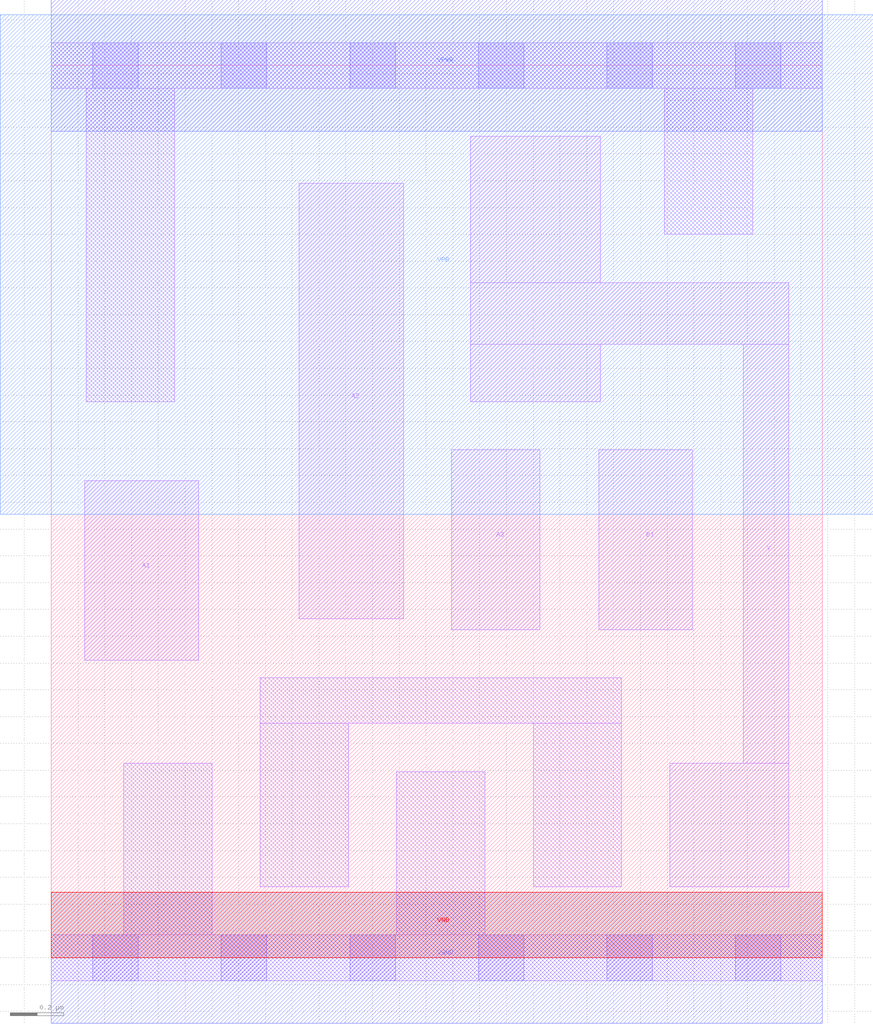
<source format=lef>
# Copyright 2020 The SkyWater PDK Authors
#
# Licensed under the Apache License, Version 2.0 (the "License");
# you may not use this file except in compliance with the License.
# You may obtain a copy of the License at
#
#     https://www.apache.org/licenses/LICENSE-2.0
#
# Unless required by applicable law or agreed to in writing, software
# distributed under the License is distributed on an "AS IS" BASIS,
# WITHOUT WARRANTIES OR CONDITIONS OF ANY KIND, either express or implied.
# See the License for the specific language governing permissions and
# limitations under the License.
#
# SPDX-License-Identifier: Apache-2.0

VERSION 5.7 ;
  NOWIREEXTENSIONATPIN ON ;
  DIVIDERCHAR "/" ;
  BUSBITCHARS "[]" ;
MACRO sky130_fd_sc_lp__o31ai_lp
  CLASS CORE ;
  FOREIGN sky130_fd_sc_lp__o31ai_lp ;
  ORIGIN  0.000000  0.000000 ;
  SIZE  2.880000 BY  3.330000 ;
  SYMMETRY X Y R90 ;
  SITE unit ;
  PIN A1
    ANTENNAGATEAREA  0.313000 ;
    DIRECTION INPUT ;
    USE SIGNAL ;
    PORT
      LAYER li1 ;
        RECT 0.125000 1.110000 0.550000 1.780000 ;
    END
  END A1
  PIN A2
    ANTENNAGATEAREA  0.313000 ;
    DIRECTION INPUT ;
    USE SIGNAL ;
    PORT
      LAYER li1 ;
        RECT 0.925000 1.265000 1.315000 2.890000 ;
    END
  END A2
  PIN A3
    ANTENNAGATEAREA  0.313000 ;
    DIRECTION INPUT ;
    USE SIGNAL ;
    PORT
      LAYER li1 ;
        RECT 1.495000 1.225000 1.825000 1.895000 ;
    END
  END A3
  PIN B1
    ANTENNAGATEAREA  0.313000 ;
    DIRECTION INPUT ;
    USE SIGNAL ;
    PORT
      LAYER li1 ;
        RECT 2.045000 1.225000 2.395000 1.895000 ;
    END
  END B1
  PIN Y
    ANTENNADIFFAREA  0.473300 ;
    DIRECTION OUTPUT ;
    USE SIGNAL ;
    PORT
      LAYER li1 ;
        RECT 1.565000 2.075000 2.050000 2.290000 ;
        RECT 1.565000 2.290000 2.755000 2.520000 ;
        RECT 1.565000 2.520000 2.050000 3.065000 ;
        RECT 2.310000 0.265000 2.755000 0.725000 ;
        RECT 2.585000 0.725000 2.755000 2.290000 ;
    END
  END Y
  PIN VGND
    DIRECTION INOUT ;
    USE GROUND ;
    PORT
      LAYER met1 ;
        RECT 0.000000 -0.245000 2.880000 0.245000 ;
    END
  END VGND
  PIN VNB
    DIRECTION INOUT ;
    USE GROUND ;
    PORT
      LAYER pwell ;
        RECT 0.000000 0.000000 2.880000 0.245000 ;
    END
  END VNB
  PIN VPB
    DIRECTION INOUT ;
    USE POWER ;
    PORT
      LAYER nwell ;
        RECT -0.190000 1.655000 3.070000 3.520000 ;
    END
  END VPB
  PIN VPWR
    DIRECTION INOUT ;
    USE POWER ;
    PORT
      LAYER met1 ;
        RECT 0.000000 3.085000 2.880000 3.575000 ;
    END
  END VPWR
  OBS
    LAYER li1 ;
      RECT 0.000000 -0.085000 2.880000 0.085000 ;
      RECT 0.000000  3.245000 2.880000 3.415000 ;
      RECT 0.130000  2.075000 0.460000 3.245000 ;
      RECT 0.270000  0.085000 0.600000 0.725000 ;
      RECT 0.780000  0.265000 1.110000 0.875000 ;
      RECT 0.780000  0.875000 2.130000 1.045000 ;
      RECT 1.290000  0.085000 1.620000 0.695000 ;
      RECT 1.800000  0.265000 2.130000 0.875000 ;
      RECT 2.290000  2.700000 2.620000 3.245000 ;
    LAYER mcon ;
      RECT 0.155000 -0.085000 0.325000 0.085000 ;
      RECT 0.155000  3.245000 0.325000 3.415000 ;
      RECT 0.635000 -0.085000 0.805000 0.085000 ;
      RECT 0.635000  3.245000 0.805000 3.415000 ;
      RECT 1.115000 -0.085000 1.285000 0.085000 ;
      RECT 1.115000  3.245000 1.285000 3.415000 ;
      RECT 1.595000 -0.085000 1.765000 0.085000 ;
      RECT 1.595000  3.245000 1.765000 3.415000 ;
      RECT 2.075000 -0.085000 2.245000 0.085000 ;
      RECT 2.075000  3.245000 2.245000 3.415000 ;
      RECT 2.555000 -0.085000 2.725000 0.085000 ;
      RECT 2.555000  3.245000 2.725000 3.415000 ;
  END
END sky130_fd_sc_lp__o31ai_lp
END LIBRARY

</source>
